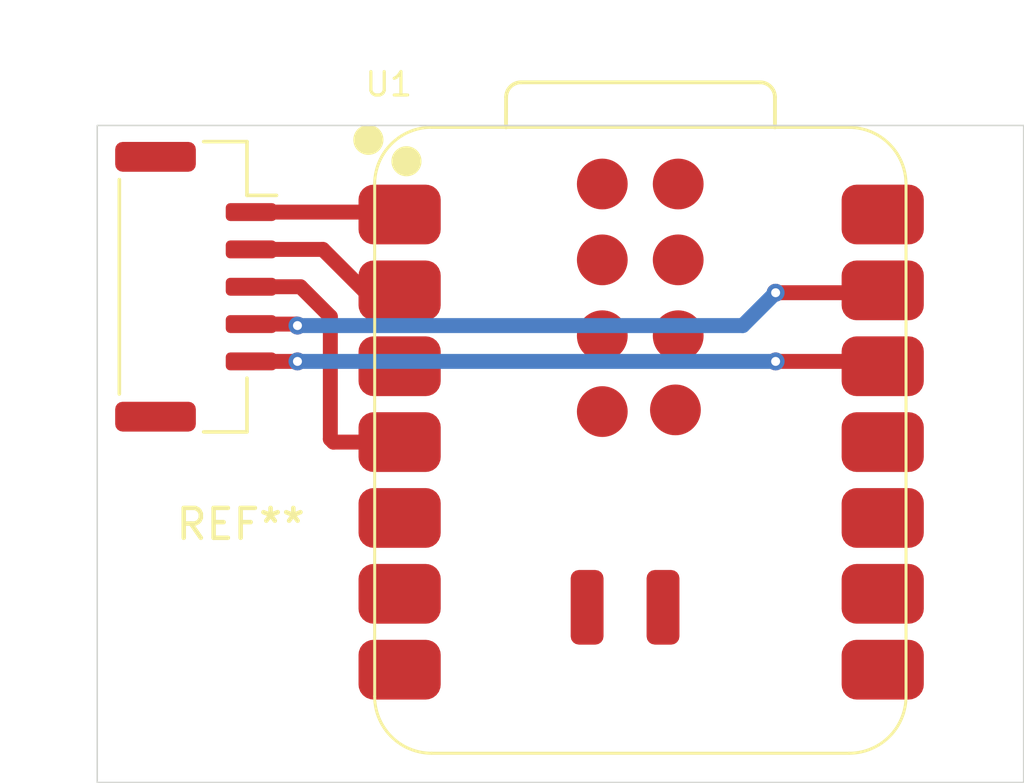
<source format=kicad_pcb>
(kicad_pcb (version 20241229) (generator "pcbnew") (generator_version "9.0")
  (layers (0 "F.Cu" signal) (2 "B.Cu" signal) (13 "F.Paste" user) (15 "B.Paste" user) (5 "F.SilkS" user "F.Silkscreen") (7 "B.SilkS" user "B.Silkscreen") (1 "F.Mask" user) (3 "B.Mask" user) (25 "Edge.Cuts" user))
  (net 0 "")
  (net 1 "Net-(J1-Pin_3)")
  (net 2 "Net-(J1-Pin_5)")
  (net 4 "Net-(J1-Pin_4)")
  (net 5 "Net-(J1-Pin_2)")
  (net 6 "Net-(J1-Pin_1)")
  (footprint "Connector_JST:JST_GH_SM05B-GHS-TB_1x05-1MP_P1.25mm_Horizontal" (layer "F.Cu") (at 140.7 89.9 -90)
    (property "Reference" "J1" (hide yes))
    (property "Value" "Conn_01x05_MountingPin")
    (fp_line (start -3.59 2.56) (end 3.59 2.56) (stroke (width 0.12)) (layer "F.SilkS"))
    (fp_line (start -4.86 -0.26) (end -4.86 -1.71) (stroke (width 0.12)) (layer "F.SilkS"))
    (fp_line (start 4.86 -0.26) (end 4.86 -1.71) (stroke (width 0.12)) (layer "F.SilkS"))
    (fp_line (start -4.86 -1.71) (end -3.06 -1.71) (stroke (width 0.12)) (layer "F.SilkS"))
    (fp_line (start -3.06 -1.71) (end -3.06 -2.7) (stroke (width 0.12)) (layer "F.SilkS"))
    (fp_line (start 4.86 -1.71) (end 3.06 -1.71) (stroke (width 0.12)) (layer "F.SilkS"))
    (pad "1" smd roundrect (at -2.5 -1.85 270) (size 0.6 1.7) (layers "F.Cu" "F.Mask" "F.Paste") (net 6 "Net-(J1-Pin_1)"))
    (pad "2" smd roundrect (at -1.25 -1.85 270) (size 0.6 1.7) (layers "F.Cu" "F.Mask" "F.Paste") (net 5 "Net-(J1-Pin_2)"))
    (pad "3" smd roundrect (at 0 -1.85 270) (size 0.6 1.7) (layers "F.Cu" "F.Mask" "F.Paste") (net 1 "Net-(J1-Pin_3)"))
    (pad "4" smd roundrect (at 1.25 -1.85 270) (size 0.6 1.7) (layers "F.Cu" "F.Mask" "F.Paste") (net 4 "Net-(J1-Pin_4)"))
    (pad "5" smd roundrect (at 2.5 -1.85 270) (size 0.6 1.7) (layers "F.Cu" "F.Mask" "F.Paste") (net 2 "Net-(J1-Pin_5)"))
    (pad "MP" smd roundrect (at -4.35 1.35 270) (size 1 2.7) (layers "F.Cu" "F.Mask" "F.Paste"))
    (pad "MP" smd roundrect (at 4.35 1.35 270) (size 1 2.7) (layers "F.Cu" "F.Mask" "F.Paste"))
  )
  (footprint "XIAO-ESP32-C6_v1.0_SCH&PCB_24028:XIAO-ESP32C6-SMD" (layer "F.Cu") (at 155.8 95.08)
    (property "Reference" "U1" (at -9.5 -11.5 0) (layer "F.SilkS") (effects (font (size 0.78232 0.78232) (thickness 0.10668)) (justify left bottom)))
    (property "Value" "XIAO-ESP32-C6-SMD")
    (fp_line (start -9.1166 8.5345) (end -9.1166 -8.6105) (stroke (width 0.1)) (layer "F.SilkS"))
    (fp_line (start -7.2116 10.4395) (end 6.7584 10.4395) (stroke (width 0.1)) (layer "F.SilkS"))
    (fp_line (start -4.7216 -10.5155) (end -4.717872 -11.525772) (stroke (width 0.127)) (layer "F.SilkS"))
    (fp_line (start -4.217872 -12.0255) (end 3.7774 -12.0255) (stroke (width 0.127)) (layer "F.SilkS"))
    (fp_line (start 4.2774 -11.5255) (end 4.2774 -10.5155) (stroke (width 0.127)) (layer "F.SilkS"))
    (fp_line (start 6.7584 -10.5155) (end -7.2116 -10.5155) (stroke (width 0.1)) (layer "F.SilkS"))
    (fp_line (start 8.6634 8.5345) (end 8.6634 -8.6105) (stroke (width 0.1)) (layer "F.SilkS"))
    (fp_arc (start -9.1166 -8.6145) (mid -8.558638 -9.961538) (end -7.2116 -10.5195) (stroke (width 0.1)) (layer "F.SilkS"))
    (fp_arc (start -7.2116 10.4395) (mid -8.558638 9.881538) (end -9.1166 8.5345) (stroke (width 0.1)) (layer "F.SilkS"))
    (fp_arc (start -4.717872 -11.525772) (mid -4.571324 -11.879144) (end -4.217872 -12.0255) (stroke (width 0.127)) (layer "F.SilkS"))
    (fp_arc (start 3.7774 -12.0255) (mid 4.130953 -11.879053) (end 4.2774 -11.5255) (stroke (width 0.127)) (layer "F.SilkS"))
    (fp_arc (start 6.7584 -10.5155) (mid 8.105438 -9.957538) (end 8.6634 -8.6105) (stroke (width 0.1)) (layer "F.SilkS"))
    (fp_arc (start 8.6634 8.5345) (mid 8.105438 9.881538) (end 6.7584 10.4395) (stroke (width 0.1)) (layer "F.SilkS"))
    (fp_circle (center -9.3266 -10.0995) (end -9.3266 -10.3535) (stroke (width 0.5)) (fill yes) (layer "F.SilkS"))
    (fp_circle (center -8.0526 -9.3825) (end -8.0526 -9.6365) (stroke (width 0.5)) (fill yes) (layer "F.SilkS"))
    (pad "1" smd roundrect (at -8.2816 -7.5985) (size 2.75 2) (layers "F.Cu" "F.Mask" "F.Paste") (net 6 "Net-(J1-Pin_1)"))
    (pad "2" smd roundrect (at -8.2816 -5.0585) (size 2.75 2) (layers "F.Cu" "F.Mask" "F.Paste") (net 5 "Net-(J1-Pin_2)"))
    (pad "3" smd roundrect (at -8.2816 -2.5185) (size 2.75 2) (layers "F.Cu" "F.Mask" "F.Paste"))
    (pad "4" smd roundrect (at -8.2816 0.0215) (size 2.75 2) (layers "F.Cu" "F.Mask" "F.Paste") (net 1 "Net-(J1-Pin_3)"))
    (pad "5" smd roundrect (at -8.2816 2.5615) (size 2.75 2) (layers "F.Cu" "F.Mask" "F.Paste"))
    (pad "6" smd roundrect (at -8.2816 5.1015) (size 2.75 2) (layers "F.Cu" "F.Mask" "F.Paste"))
    (pad "7" smd roundrect (at -8.2816 7.6415) (size 2.75 2) (layers "F.Cu" "F.Mask" "F.Paste"))
    (pad "8" smd roundrect (at 7.8834 7.6415) (size 2.75 2) (layers "F.Cu" "F.Mask" "F.Paste"))
    (pad "9" smd roundrect (at 7.8834 5.1015) (size 2.75 2) (layers "F.Cu" "F.Mask" "F.Paste"))
    (pad "10" smd roundrect (at 7.8834 2.5615) (size 2.75 2) (layers "F.Cu" "F.Mask" "F.Paste"))
    (pad "11" smd roundrect (at 7.8834 0.0215) (size 2.75 2) (layers "F.Cu" "F.Mask" "F.Paste"))
    (pad "12" smd roundrect (at 7.8834 -2.5185) (size 2.75 2) (layers "F.Cu" "F.Mask" "F.Paste") (net 2 "Net-(J1-Pin_5)"))
    (pad "13" smd roundrect (at 7.8834 -5.0585) (size 2.75 2) (layers "F.Cu" "F.Mask" "F.Paste") (net 4 "Net-(J1-Pin_4)"))
    (pad "14" smd roundrect (at 7.8834 -7.5985) (size 2.75 2) (layers "F.Cu" "F.Mask" "F.Paste"))
    (pad "15" smd roundrect (at -2.008 5.5532 270) (size 2.5 1.1) (layers "F.Cu" "F.Mask" "F.Paste"))
    (pad "16" smd roundrect (at 0.532 5.5532 270) (size 2.5 1.1) (layers "F.Cu" "F.Mask" "F.Paste"))
    (pad "17" smd circle (at -1.5 -8.62) (size 1.7 1.7) (layers "F.Cu" "F.Mask" "F.Paste"))
    (pad "18" smd circle (at 1.04 -8.62) (size 1.7 1.7) (layers "F.Cu" "F.Mask" "F.Paste"))
    (pad "19" smd circle (at -1.5 -6.08) (size 1.7 1.7) (layers "F.Cu" "F.Mask" "F.Paste"))
    (pad "20" smd circle (at 1.04 -6.08) (size 1.7 1.7) (layers "F.Cu" "F.Mask" "F.Paste"))
    (pad "21" smd circle (at -1.5 -3.54) (size 1.7 1.7) (layers "F.Cu" "F.Mask" "F.Paste"))
    (pad "22" smd circle (at 1.04 -3.54) (size 1.7 1.7) (layers "F.Cu" "F.Mask" "F.Paste"))
    (pad "23" smd circle (at -1.5 -1) (size 1.7 1.7) (layers "F.Cu" "F.Mask" "F.Paste"))
    (pad "24" smd circle (at 0.9474 -1.0568) (size 1.7 1.7) (layers "F.Cu" "F.Mask" "F.Paste"))
  )
  (footprint "MountingHole:MountingHole_2.5mm" (layer "F.Cu") (at 142.2 101.3)
    (property "Reference" "REF**" (at 0 -3.45 0) (layer "F.SilkS"))
    (property "Value" "MountingHole_2.5mm")
    (pad "" np_thru_hole circle (at 0 0) (size 2.5 2.5) (drill 2.5) (layers "*.Cu" "*.Mask"))
  )
  (gr_rect (start 137.4 84.5) (end 168.4 106.5) (stroke (width 0.05)) (fill no) (layer "Edge.Cuts"))
  (segment (start 144.2 89.9) (end 145.2 90.9) (width 0.5) (layer "F.Cu") (net 1))
  (segment (start 145.2 95) (end 145.3015 95.1015) (width 0.5) (layer "F.Cu") (net 1))
  (segment (start 145.2 90.9) (end 145.2 95) (width 0.5) (layer "F.Cu") (net 1))
  (segment (start 142.55 89.9) (end 144.2 89.9) (width 0.5) (layer "F.Cu") (net 1))
  (segment (start 145.3015 95.1015) (end 147.5184 95.1015) (width 0.5) (layer "F.Cu") (net 1))
  (segment (start 160.1 92.4) (end 163.5219 92.4) (width 0.5) (layer "F.Cu") (net 2))
  (segment (start 163.5219 92.4) (end 163.6834 92.5615) (width 0.5) (layer "F.Cu") (net 2))
  (segment (start 142.55 92.4) (end 144.1 92.4) (width 0.5) (layer "F.Cu") (net 2))
  (via (at 144.1 92.4) (size 0.6) (drill 0.3) (layers "F.Cu" "B.Cu") (net 2))
  (via (at 160.1 92.4) (size 0.6) (drill 0.3) (layers "F.Cu" "B.Cu") (net 2))
  (segment (start 144.1 92.4) (end 160.1 92.4) (width 0.5) (layer "B.Cu") (net 2))
  (segment (start 163.6049 90.1) (end 163.6834 90.0215) (width 0.5) (layer "F.Cu") (net 4))
  (segment (start 142.55 91.15) (end 144.05 91.15) (width 0.5) (layer "F.Cu") (net 4))
  (segment (start 160.1 90.1) (end 163.6049 90.1) (width 0.5) (layer "F.Cu") (net 4))
  (segment (start 144.05 91.15) (end 144.1 91.2) (width 0.5) (layer "F.Cu") (net 4))
  (via (at 160.1 90.1) (size 0.6) (drill 0.3) (layers "F.Cu" "B.Cu") (net 4))
  (via (at 144.1 91.2) (size 0.6) (drill 0.3) (layers "F.Cu" "B.Cu") (net 4))
  (segment (start 159 91.2) (end 160.1 90.1) (width 0.5) (layer "B.Cu") (net 4))
  (segment (start 144.1 91.2) (end 159 91.2) (width 0.5) (layer "B.Cu") (net 4))
  (segment (start 146.3215 90.0215) (end 147.5184 90.0215) (width 0.5) (layer "F.Cu") (net 5))
  (segment (start 142.55 88.65) (end 144.95 88.65) (width 0.5) (layer "F.Cu") (net 5))
  (segment (start 144.95 88.65) (end 146.3215 90.0215) (width 0.5) (layer "F.Cu") (net 5))
  (segment (start 147.4369 87.4) (end 147.5184 87.4815) (width 0.5) (layer "F.Cu") (net 6))
  (segment (start 142.55 87.4) (end 147.4369 87.4) (width 0.5) (layer "F.Cu") (net 6))
)
</source>
